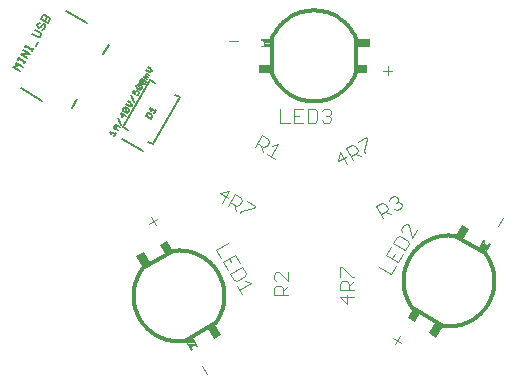
<source format=gto>
G75*
%MOIN*%
%OFA0B0*%
%FSLAX25Y25*%
%IPPOS*%
%LPD*%
%AMOC8*
5,1,8,0,0,1.08239X$1,22.5*
%
%ADD10C,0.01181*%
%ADD11R,0.03740X0.02756*%
%ADD12R,0.04626X0.02756*%
%ADD13C,0.00394*%
%ADD14C,0.00400*%
%ADD15C,0.00800*%
%ADD16C,0.00600*%
%ADD17C,0.00500*%
D10*
X0083459Y0081493D02*
X0093517Y0087300D01*
X0093737Y0087594D01*
X0093950Y0087894D01*
X0094157Y0088198D01*
X0094355Y0088508D01*
X0094546Y0088822D01*
X0094729Y0089140D01*
X0094905Y0089463D01*
X0095072Y0089791D01*
X0095232Y0090122D01*
X0095384Y0090457D01*
X0095527Y0090795D01*
X0095662Y0091137D01*
X0095789Y0091482D01*
X0095907Y0091831D01*
X0096016Y0092181D01*
X0096118Y0092535D01*
X0096210Y0092891D01*
X0096294Y0093249D01*
X0096369Y0093609D01*
X0096436Y0093970D01*
X0096493Y0094333D01*
X0096542Y0094698D01*
X0096582Y0095063D01*
X0096613Y0095429D01*
X0096635Y0095796D01*
X0096648Y0096164D01*
X0096652Y0096531D01*
X0096647Y0096899D01*
X0096634Y0097266D01*
X0096611Y0097633D01*
X0096579Y0098000D01*
X0096539Y0098365D01*
X0096490Y0098729D01*
X0096431Y0099092D01*
X0096364Y0099454D01*
X0096289Y0099814D01*
X0096204Y0100171D01*
X0096111Y0100527D01*
X0096009Y0100880D01*
X0095899Y0101231D01*
X0095780Y0101579D01*
X0095653Y0101924D01*
X0095517Y0102266D01*
X0095374Y0102604D01*
X0095222Y0102939D01*
X0095061Y0103270D01*
X0094893Y0103596D01*
X0094717Y0103919D01*
X0094533Y0104238D01*
X0094342Y0104551D01*
X0094143Y0104861D01*
X0093936Y0105165D01*
X0093722Y0105464D01*
X0093501Y0105757D01*
X0093273Y0106046D01*
X0093038Y0106328D01*
X0092796Y0106605D01*
X0092548Y0106876D01*
X0092293Y0107141D01*
X0092031Y0107399D01*
X0091764Y0107651D01*
X0091490Y0107897D01*
X0091210Y0108136D01*
X0090925Y0108367D01*
X0090634Y0108592D01*
X0090338Y0108810D01*
X0090036Y0109021D01*
X0089730Y0109224D01*
X0089419Y0109419D01*
X0089103Y0109607D01*
X0088782Y0109787D01*
X0088458Y0109960D01*
X0088129Y0110124D01*
X0087796Y0110280D01*
X0087460Y0110429D01*
X0087120Y0110569D01*
X0086776Y0110700D01*
X0086430Y0110824D01*
X0086081Y0110939D01*
X0085729Y0111045D01*
X0085374Y0111143D01*
X0085018Y0111232D01*
X0084659Y0111312D01*
X0084298Y0111384D01*
X0083936Y0111447D01*
X0083573Y0111501D01*
X0083208Y0111546D01*
X0082842Y0111582D01*
X0082475Y0111610D01*
X0082108Y0111628D01*
X0081741Y0111638D01*
X0081373Y0111638D01*
X0081005Y0111630D01*
X0080638Y0111613D01*
X0080272Y0111586D01*
X0079906Y0111551D01*
X0079541Y0111507D01*
X0069483Y0105700D01*
X0069482Y0105701D02*
X0069262Y0105407D01*
X0069048Y0105107D01*
X0068842Y0104803D01*
X0068644Y0104493D01*
X0068453Y0104179D01*
X0068269Y0103861D01*
X0068094Y0103537D01*
X0067926Y0103210D01*
X0067767Y0102879D01*
X0067615Y0102544D01*
X0067472Y0102205D01*
X0067337Y0101863D01*
X0067210Y0101518D01*
X0067092Y0101170D01*
X0066982Y0100819D01*
X0066881Y0100466D01*
X0066789Y0100110D01*
X0066705Y0099752D01*
X0066630Y0099392D01*
X0066563Y0099031D01*
X0066506Y0098668D01*
X0066457Y0098303D01*
X0066417Y0097938D01*
X0066386Y0097571D01*
X0066364Y0097204D01*
X0066351Y0096837D01*
X0066347Y0096469D01*
X0066352Y0096102D01*
X0066365Y0095734D01*
X0066388Y0095367D01*
X0066420Y0095001D01*
X0066460Y0094636D01*
X0066509Y0094271D01*
X0066568Y0093908D01*
X0066635Y0093547D01*
X0066710Y0093187D01*
X0066795Y0092829D01*
X0066888Y0092474D01*
X0066990Y0092120D01*
X0067100Y0091770D01*
X0067219Y0091422D01*
X0067346Y0091077D01*
X0067482Y0090735D01*
X0067626Y0090397D01*
X0067778Y0090062D01*
X0067938Y0089731D01*
X0068106Y0089404D01*
X0068282Y0089081D01*
X0068466Y0088763D01*
X0068657Y0088449D01*
X0068856Y0088140D01*
X0069063Y0087836D01*
X0069277Y0087537D01*
X0069498Y0087243D01*
X0069726Y0086955D01*
X0069961Y0086672D01*
X0070203Y0086395D01*
X0070452Y0086124D01*
X0070707Y0085860D01*
X0070968Y0085601D01*
X0071236Y0085349D01*
X0071509Y0085104D01*
X0071789Y0084865D01*
X0072074Y0084633D01*
X0072365Y0084408D01*
X0072661Y0084190D01*
X0072963Y0083980D01*
X0073269Y0083777D01*
X0073581Y0083581D01*
X0073896Y0083393D01*
X0074217Y0083213D01*
X0074542Y0083041D01*
X0074870Y0082876D01*
X0075203Y0082720D01*
X0075540Y0082572D01*
X0075880Y0082432D01*
X0076223Y0082300D01*
X0076569Y0082177D01*
X0076918Y0082062D01*
X0077270Y0081955D01*
X0077625Y0081858D01*
X0077981Y0081768D01*
X0078340Y0081688D01*
X0078701Y0081616D01*
X0079063Y0081553D01*
X0079427Y0081499D01*
X0079792Y0081454D01*
X0080157Y0081418D01*
X0080524Y0081390D01*
X0080891Y0081372D01*
X0081259Y0081362D01*
X0081626Y0081362D01*
X0081994Y0081370D01*
X0082361Y0081387D01*
X0082728Y0081414D01*
X0083094Y0081449D01*
X0083459Y0081493D01*
X0159483Y0092300D02*
X0169541Y0086493D01*
X0169906Y0086449D01*
X0170272Y0086414D01*
X0170639Y0086387D01*
X0171006Y0086370D01*
X0171374Y0086362D01*
X0171741Y0086362D01*
X0172109Y0086372D01*
X0172476Y0086390D01*
X0172843Y0086418D01*
X0173208Y0086454D01*
X0173573Y0086499D01*
X0173937Y0086553D01*
X0174299Y0086616D01*
X0174660Y0086688D01*
X0175019Y0086768D01*
X0175375Y0086858D01*
X0175730Y0086955D01*
X0176082Y0087062D01*
X0176431Y0087177D01*
X0176777Y0087300D01*
X0177120Y0087432D01*
X0177460Y0087572D01*
X0177797Y0087720D01*
X0178130Y0087876D01*
X0178458Y0088041D01*
X0178783Y0088213D01*
X0179104Y0088393D01*
X0179419Y0088581D01*
X0179731Y0088777D01*
X0180037Y0088980D01*
X0180339Y0089190D01*
X0180635Y0089408D01*
X0180926Y0089633D01*
X0181211Y0089865D01*
X0181491Y0090104D01*
X0181764Y0090349D01*
X0182032Y0090601D01*
X0182293Y0090860D01*
X0182548Y0091124D01*
X0182797Y0091395D01*
X0183039Y0091672D01*
X0183274Y0091955D01*
X0183502Y0092243D01*
X0183723Y0092537D01*
X0183937Y0092836D01*
X0184144Y0093140D01*
X0184343Y0093449D01*
X0184534Y0093763D01*
X0184718Y0094081D01*
X0184894Y0094404D01*
X0185062Y0094731D01*
X0185222Y0095062D01*
X0185374Y0095397D01*
X0185518Y0095735D01*
X0185654Y0096077D01*
X0185781Y0096422D01*
X0185900Y0096770D01*
X0186010Y0097120D01*
X0186112Y0097474D01*
X0186205Y0097829D01*
X0186290Y0098187D01*
X0186365Y0098547D01*
X0186432Y0098908D01*
X0186491Y0099271D01*
X0186540Y0099636D01*
X0186580Y0100001D01*
X0186612Y0100367D01*
X0186635Y0100734D01*
X0186648Y0101102D01*
X0186653Y0101469D01*
X0186649Y0101837D01*
X0186636Y0102204D01*
X0186614Y0102571D01*
X0186583Y0102938D01*
X0186543Y0103303D01*
X0186494Y0103668D01*
X0186437Y0104031D01*
X0186370Y0104392D01*
X0186295Y0104752D01*
X0186211Y0105110D01*
X0186119Y0105466D01*
X0186018Y0105819D01*
X0185908Y0106170D01*
X0185790Y0106518D01*
X0185663Y0106863D01*
X0185528Y0107205D01*
X0185385Y0107544D01*
X0185233Y0107879D01*
X0185074Y0108210D01*
X0184906Y0108537D01*
X0184731Y0108861D01*
X0184547Y0109179D01*
X0184356Y0109493D01*
X0184158Y0109803D01*
X0183952Y0110107D01*
X0183738Y0110407D01*
X0183518Y0110701D01*
X0183517Y0110700D02*
X0173459Y0116507D01*
X0173094Y0116551D01*
X0172728Y0116586D01*
X0172362Y0116613D01*
X0171995Y0116630D01*
X0171627Y0116638D01*
X0171259Y0116638D01*
X0170892Y0116628D01*
X0170525Y0116610D01*
X0170158Y0116582D01*
X0169792Y0116546D01*
X0169427Y0116501D01*
X0169064Y0116447D01*
X0168702Y0116384D01*
X0168341Y0116312D01*
X0167982Y0116232D01*
X0167626Y0116143D01*
X0167271Y0116045D01*
X0166919Y0115939D01*
X0166570Y0115824D01*
X0166224Y0115700D01*
X0165880Y0115569D01*
X0165540Y0115429D01*
X0165204Y0115280D01*
X0164871Y0115124D01*
X0164542Y0114960D01*
X0164218Y0114787D01*
X0163897Y0114607D01*
X0163581Y0114419D01*
X0163270Y0114224D01*
X0162964Y0114021D01*
X0162662Y0113810D01*
X0162366Y0113592D01*
X0162075Y0113367D01*
X0161790Y0113136D01*
X0161510Y0112897D01*
X0161236Y0112651D01*
X0160969Y0112399D01*
X0160707Y0112141D01*
X0160452Y0111876D01*
X0160204Y0111605D01*
X0159962Y0111328D01*
X0159727Y0111046D01*
X0159499Y0110757D01*
X0159278Y0110464D01*
X0159064Y0110165D01*
X0158857Y0109861D01*
X0158658Y0109551D01*
X0158467Y0109238D01*
X0158283Y0108919D01*
X0158107Y0108596D01*
X0157939Y0108270D01*
X0157778Y0107939D01*
X0157626Y0107604D01*
X0157483Y0107266D01*
X0157347Y0106924D01*
X0157220Y0106579D01*
X0157101Y0106231D01*
X0156991Y0105880D01*
X0156889Y0105527D01*
X0156796Y0105171D01*
X0156711Y0104814D01*
X0156636Y0104454D01*
X0156569Y0104092D01*
X0156510Y0103729D01*
X0156461Y0103365D01*
X0156421Y0103000D01*
X0156389Y0102633D01*
X0156366Y0102266D01*
X0156353Y0101899D01*
X0156348Y0101531D01*
X0156352Y0101164D01*
X0156365Y0100796D01*
X0156387Y0100429D01*
X0156418Y0100063D01*
X0156458Y0099698D01*
X0156507Y0099333D01*
X0156564Y0098970D01*
X0156631Y0098609D01*
X0156706Y0098249D01*
X0156790Y0097891D01*
X0156882Y0097535D01*
X0156984Y0097181D01*
X0157093Y0096831D01*
X0157211Y0096482D01*
X0157338Y0096137D01*
X0157473Y0095795D01*
X0157616Y0095457D01*
X0157768Y0095122D01*
X0157928Y0094791D01*
X0158095Y0094463D01*
X0158271Y0094140D01*
X0158454Y0093822D01*
X0158645Y0093508D01*
X0158843Y0093198D01*
X0159050Y0092894D01*
X0159263Y0092594D01*
X0159483Y0092300D01*
X0140476Y0170693D02*
X0140476Y0182307D01*
X0140477Y0182308D02*
X0140332Y0182646D01*
X0140180Y0182980D01*
X0140019Y0183311D01*
X0139850Y0183637D01*
X0139674Y0183960D01*
X0139489Y0184278D01*
X0139297Y0184592D01*
X0139098Y0184900D01*
X0138891Y0185204D01*
X0138676Y0185503D01*
X0138455Y0185796D01*
X0138226Y0186084D01*
X0137990Y0186366D01*
X0137748Y0186643D01*
X0137499Y0186913D01*
X0137244Y0187178D01*
X0136982Y0187436D01*
X0136714Y0187687D01*
X0136439Y0187932D01*
X0136160Y0188171D01*
X0135874Y0188402D01*
X0135583Y0188626D01*
X0135286Y0188844D01*
X0134984Y0189054D01*
X0134677Y0189256D01*
X0134366Y0189451D01*
X0134049Y0189639D01*
X0133729Y0189818D01*
X0133404Y0189990D01*
X0133075Y0190154D01*
X0132742Y0190310D01*
X0132405Y0190457D01*
X0132065Y0190597D01*
X0131721Y0190728D01*
X0131375Y0190851D01*
X0131025Y0190965D01*
X0130673Y0191071D01*
X0130319Y0191168D01*
X0129962Y0191256D01*
X0129603Y0191336D01*
X0129242Y0191407D01*
X0128880Y0191470D01*
X0128516Y0191523D01*
X0128151Y0191568D01*
X0127785Y0191603D01*
X0127419Y0191630D01*
X0127051Y0191648D01*
X0126684Y0191657D01*
X0126316Y0191657D01*
X0125949Y0191648D01*
X0125581Y0191630D01*
X0125215Y0191603D01*
X0124849Y0191568D01*
X0124484Y0191523D01*
X0124120Y0191470D01*
X0123758Y0191407D01*
X0123397Y0191336D01*
X0123038Y0191256D01*
X0122681Y0191168D01*
X0122327Y0191071D01*
X0121975Y0190965D01*
X0121625Y0190851D01*
X0121279Y0190728D01*
X0120935Y0190597D01*
X0120595Y0190457D01*
X0120258Y0190310D01*
X0119925Y0190154D01*
X0119596Y0189990D01*
X0119271Y0189818D01*
X0118951Y0189639D01*
X0118634Y0189451D01*
X0118323Y0189256D01*
X0118016Y0189054D01*
X0117714Y0188844D01*
X0117417Y0188626D01*
X0117126Y0188402D01*
X0116840Y0188171D01*
X0116561Y0187932D01*
X0116286Y0187687D01*
X0116018Y0187436D01*
X0115756Y0187178D01*
X0115501Y0186913D01*
X0115252Y0186643D01*
X0115010Y0186366D01*
X0114774Y0186084D01*
X0114545Y0185796D01*
X0114324Y0185503D01*
X0114109Y0185204D01*
X0113902Y0184900D01*
X0113703Y0184592D01*
X0113511Y0184278D01*
X0113326Y0183960D01*
X0113150Y0183637D01*
X0112981Y0183311D01*
X0112820Y0182980D01*
X0112668Y0182646D01*
X0112523Y0182308D01*
X0112524Y0182307D02*
X0112524Y0170693D01*
X0112668Y0170355D01*
X0112821Y0170021D01*
X0112982Y0169690D01*
X0113150Y0169364D01*
X0113327Y0169041D01*
X0113511Y0168723D01*
X0113703Y0168410D01*
X0113903Y0168101D01*
X0114110Y0167797D01*
X0114324Y0167498D01*
X0114546Y0167205D01*
X0114774Y0166917D01*
X0115010Y0166635D01*
X0115252Y0166358D01*
X0115501Y0166088D01*
X0115757Y0165823D01*
X0116019Y0165565D01*
X0116287Y0165314D01*
X0116561Y0165069D01*
X0116841Y0164831D01*
X0117126Y0164599D01*
X0117418Y0164375D01*
X0117714Y0164158D01*
X0118016Y0163948D01*
X0118323Y0163745D01*
X0118634Y0163550D01*
X0118951Y0163362D01*
X0119271Y0163183D01*
X0119597Y0163011D01*
X0119926Y0162847D01*
X0120259Y0162691D01*
X0120595Y0162544D01*
X0120935Y0162404D01*
X0121279Y0162273D01*
X0121625Y0162150D01*
X0121975Y0162036D01*
X0122327Y0161930D01*
X0122682Y0161833D01*
X0123038Y0161745D01*
X0123397Y0161665D01*
X0123758Y0161594D01*
X0124120Y0161531D01*
X0124484Y0161478D01*
X0124849Y0161433D01*
X0125215Y0161398D01*
X0125581Y0161371D01*
X0125949Y0161353D01*
X0126316Y0161344D01*
X0126684Y0161344D01*
X0127051Y0161353D01*
X0127419Y0161371D01*
X0127785Y0161398D01*
X0128151Y0161433D01*
X0128516Y0161478D01*
X0128880Y0161531D01*
X0129242Y0161594D01*
X0129603Y0161665D01*
X0129962Y0161745D01*
X0130318Y0161833D01*
X0130673Y0161930D01*
X0131025Y0162036D01*
X0131375Y0162150D01*
X0131721Y0162273D01*
X0132065Y0162404D01*
X0132405Y0162544D01*
X0132741Y0162691D01*
X0133074Y0162847D01*
X0133403Y0163011D01*
X0133729Y0163183D01*
X0134049Y0163362D01*
X0134366Y0163550D01*
X0134677Y0163745D01*
X0134984Y0163948D01*
X0135286Y0164158D01*
X0135582Y0164375D01*
X0135874Y0164599D01*
X0136159Y0164831D01*
X0136439Y0165069D01*
X0136713Y0165314D01*
X0136981Y0165565D01*
X0137243Y0165823D01*
X0137499Y0166088D01*
X0137748Y0166358D01*
X0137990Y0166635D01*
X0138226Y0166917D01*
X0138454Y0167205D01*
X0138676Y0167498D01*
X0138890Y0167797D01*
X0139097Y0168101D01*
X0139297Y0168410D01*
X0139489Y0168723D01*
X0139673Y0169041D01*
X0139850Y0169364D01*
X0140018Y0169690D01*
X0140179Y0170021D01*
X0140332Y0170355D01*
X0140476Y0170693D01*
D11*
X0142346Y0172169D03*
G36*
X0077069Y0110081D02*
X0075199Y0113319D01*
X0077585Y0114697D01*
X0079455Y0111459D01*
X0077069Y0110081D01*
G37*
G36*
X0161954Y0090872D02*
X0160084Y0087634D01*
X0157698Y0089012D01*
X0159568Y0092250D01*
X0161954Y0090872D01*
G37*
D12*
G36*
X0169504Y0086627D02*
X0167191Y0082621D01*
X0164806Y0083999D01*
X0167119Y0088005D01*
X0169504Y0086627D01*
G37*
G36*
X0178145Y0118916D02*
X0175832Y0114910D01*
X0173447Y0116288D01*
X0175760Y0120294D01*
X0178145Y0118916D01*
G37*
G36*
X0093261Y0082037D02*
X0090948Y0086043D01*
X0093333Y0087421D01*
X0095646Y0083415D01*
X0093261Y0082037D01*
G37*
G36*
X0069618Y0105664D02*
X0067305Y0109670D01*
X0069690Y0111048D01*
X0072003Y0107042D01*
X0069618Y0105664D01*
G37*
X0110407Y0172169D03*
X0142691Y0180831D03*
D13*
X0112130Y0181017D02*
X0109934Y0181017D01*
X0109932Y0181032D02*
X0109832Y0181264D01*
X0109674Y0181461D01*
X0109469Y0181608D01*
X0109232Y0181696D01*
X0108980Y0181717D01*
X0108980Y0182012D01*
X0112130Y0182012D01*
X0112130Y0179650D01*
X0108980Y0179650D01*
X0108980Y0179846D01*
X0109232Y0179867D01*
X0109469Y0179955D01*
X0109674Y0180102D01*
X0109832Y0180299D01*
X0109932Y0180531D01*
X0109966Y0180781D01*
X0109932Y0181032D01*
X0109945Y0180625D02*
X0112130Y0180625D01*
X0112130Y0180233D02*
X0109779Y0180233D01*
X0108980Y0179841D02*
X0112130Y0179841D01*
X0112130Y0181410D02*
X0109715Y0181410D01*
X0108980Y0181802D02*
X0112130Y0181802D01*
X0182987Y0115098D02*
X0183158Y0114999D01*
X0183050Y0114771D01*
X0183007Y0114522D01*
X0183033Y0114271D01*
X0183124Y0114035D01*
X0183275Y0113833D01*
X0183475Y0113678D01*
X0183709Y0113583D01*
X0183960Y0113553D01*
X0184209Y0113591D01*
X0184439Y0113695D01*
X0184634Y0113857D01*
X0184777Y0114064D01*
X0185033Y0113917D01*
X0183458Y0111189D01*
X0181413Y0112370D01*
X0182987Y0115098D01*
X0183044Y0114734D02*
X0182777Y0114734D01*
X0182551Y0114341D02*
X0183026Y0114341D01*
X0183188Y0113949D02*
X0182324Y0113949D01*
X0182098Y0113557D02*
X0183925Y0113557D01*
X0183986Y0113557D02*
X0184826Y0113557D01*
X0184698Y0113949D02*
X0184977Y0113949D01*
X0184599Y0113165D02*
X0181872Y0113165D01*
X0181645Y0112773D02*
X0184373Y0112773D01*
X0184146Y0112380D02*
X0181419Y0112380D01*
X0182074Y0111988D02*
X0183920Y0111988D01*
X0183693Y0111596D02*
X0182753Y0111596D01*
X0183433Y0111204D02*
X0183467Y0111204D01*
X0087532Y0079753D02*
X0087362Y0079654D01*
X0087218Y0079862D01*
X0087024Y0080023D01*
X0086793Y0080127D01*
X0086544Y0080166D01*
X0086293Y0080136D01*
X0086059Y0080040D01*
X0085859Y0079886D01*
X0085708Y0079683D01*
X0085617Y0079448D01*
X0085592Y0079197D01*
X0085634Y0078948D01*
X0085742Y0078719D01*
X0085486Y0078572D01*
X0083912Y0081299D01*
X0085957Y0082480D01*
X0087532Y0079753D01*
X0087489Y0079827D02*
X0087242Y0079827D01*
X0087263Y0080219D02*
X0084535Y0080219D01*
X0084309Y0080611D02*
X0087037Y0080611D01*
X0086810Y0081003D02*
X0084082Y0081003D01*
X0084079Y0081396D02*
X0086584Y0081396D01*
X0086357Y0081788D02*
X0084758Y0081788D01*
X0085437Y0082180D02*
X0086131Y0082180D01*
X0085816Y0079827D02*
X0084762Y0079827D01*
X0084988Y0079435D02*
X0085616Y0079435D01*
X0085618Y0079042D02*
X0085215Y0079042D01*
X0085441Y0078650D02*
X0085622Y0078650D01*
D14*
X0089272Y0073043D02*
X0090806Y0070385D01*
X0135196Y0096002D02*
X0137498Y0093700D01*
X0137498Y0096769D01*
X0138265Y0098304D02*
X0138265Y0100606D01*
X0137498Y0101373D01*
X0135963Y0101373D01*
X0135196Y0100606D01*
X0135196Y0098304D01*
X0139800Y0098304D01*
X0138265Y0099839D02*
X0139800Y0101373D01*
X0139800Y0102908D02*
X0139033Y0102908D01*
X0135963Y0105977D01*
X0135196Y0105977D01*
X0135196Y0102908D01*
X0135196Y0096002D02*
X0139800Y0096002D01*
X0148284Y0106165D02*
X0152271Y0103863D01*
X0153806Y0106521D01*
X0154573Y0107850D02*
X0156108Y0110508D01*
X0156875Y0111837D02*
X0158026Y0113831D01*
X0157745Y0114879D01*
X0155087Y0116414D01*
X0154039Y0116133D01*
X0152888Y0114139D01*
X0156875Y0111837D01*
X0153347Y0110330D02*
X0152580Y0109001D01*
X0154573Y0107850D02*
X0150586Y0110152D01*
X0152121Y0112810D01*
X0159177Y0115824D02*
X0158054Y0120017D01*
X0157389Y0120401D01*
X0156341Y0120120D01*
X0155574Y0118791D01*
X0155855Y0117743D01*
X0159177Y0115824D02*
X0160712Y0118482D01*
X0152167Y0123879D02*
X0150071Y0124440D01*
X0150735Y0124824D02*
X0148742Y0123673D01*
X0149509Y0122344D02*
X0147207Y0126331D01*
X0149201Y0127482D01*
X0150249Y0127201D01*
X0151016Y0125872D01*
X0150735Y0124824D01*
X0153113Y0125310D02*
X0154161Y0125030D01*
X0155490Y0125797D01*
X0155771Y0126845D01*
X0155387Y0127510D01*
X0154339Y0127790D01*
X0153674Y0127407D01*
X0154339Y0127790D02*
X0154620Y0128839D01*
X0154236Y0129503D01*
X0153188Y0129784D01*
X0151859Y0129017D01*
X0151578Y0127968D01*
X0139509Y0141664D02*
X0137207Y0145652D01*
X0139201Y0146803D01*
X0140249Y0146522D01*
X0141016Y0145193D01*
X0140735Y0144144D01*
X0138742Y0142993D01*
X0140071Y0143761D02*
X0142167Y0143199D01*
X0143496Y0143966D02*
X0143113Y0144631D01*
X0144236Y0148824D01*
X0143852Y0149488D01*
X0141194Y0147953D01*
X0137029Y0142891D02*
X0134371Y0141356D01*
X0135214Y0144501D01*
X0137516Y0140513D01*
X0131398Y0154200D02*
X0129863Y0154200D01*
X0129096Y0154967D01*
X0127561Y0154967D02*
X0127561Y0158037D01*
X0126794Y0158804D01*
X0124492Y0158804D01*
X0124492Y0154200D01*
X0126794Y0154200D01*
X0127561Y0154967D01*
X0129096Y0158037D02*
X0129863Y0158804D01*
X0131398Y0158804D01*
X0132165Y0158037D01*
X0132165Y0157269D01*
X0131398Y0156502D01*
X0132165Y0155735D01*
X0132165Y0154967D01*
X0131398Y0154200D01*
X0131398Y0156502D02*
X0130631Y0156502D01*
X0122957Y0158804D02*
X0119888Y0158804D01*
X0119888Y0154200D01*
X0122957Y0154200D01*
X0121423Y0156502D02*
X0119888Y0156502D01*
X0118354Y0154200D02*
X0115284Y0154200D01*
X0115284Y0158804D01*
X0109165Y0150055D02*
X0111158Y0148905D01*
X0111439Y0147856D01*
X0110672Y0146527D01*
X0109624Y0146246D01*
X0107630Y0147397D01*
X0106863Y0146068D02*
X0109165Y0150055D01*
X0112385Y0146424D02*
X0114481Y0146986D01*
X0112179Y0142999D01*
X0110850Y0143766D02*
X0113508Y0142232D01*
X0109521Y0144534D02*
X0108959Y0146630D01*
X0098158Y0131584D02*
X0095014Y0130741D01*
X0097672Y0129207D01*
X0098617Y0127775D02*
X0100611Y0126624D01*
X0101659Y0126905D01*
X0102426Y0128234D01*
X0102146Y0129282D01*
X0100152Y0130433D01*
X0097850Y0126446D01*
X0099946Y0127008D02*
X0100508Y0124911D01*
X0101837Y0124144D02*
X0102221Y0124808D01*
X0106414Y0125932D01*
X0106797Y0126596D01*
X0104139Y0128131D01*
X0098158Y0131584D02*
X0095856Y0127597D01*
X0074278Y0122082D02*
X0071620Y0120547D01*
X0072182Y0122643D02*
X0073716Y0119985D01*
X0093929Y0111837D02*
X0095463Y0109179D01*
X0096231Y0107850D02*
X0097765Y0105192D01*
X0098533Y0103863D02*
X0099684Y0101869D01*
X0100732Y0101588D01*
X0103390Y0103123D01*
X0103671Y0104171D01*
X0102520Y0106165D01*
X0098533Y0103863D01*
X0098991Y0107672D02*
X0098224Y0109001D01*
X0096231Y0107850D02*
X0100218Y0110152D01*
X0101752Y0107494D01*
X0103493Y0101410D02*
X0105589Y0100849D01*
X0101602Y0098547D01*
X0100835Y0099876D02*
X0102369Y0097218D01*
X0113196Y0096700D02*
X0113196Y0099002D01*
X0113963Y0099769D01*
X0115498Y0099769D01*
X0116265Y0099002D01*
X0116265Y0096700D01*
X0116265Y0098235D02*
X0117800Y0099769D01*
X0117800Y0101304D02*
X0114731Y0104373D01*
X0113963Y0104373D01*
X0113196Y0103606D01*
X0113196Y0102071D01*
X0113963Y0101304D01*
X0117800Y0101304D02*
X0117800Y0104373D01*
X0117800Y0096700D02*
X0113196Y0096700D01*
X0097916Y0114139D02*
X0093929Y0111837D01*
X0152956Y0082455D02*
X0155615Y0080920D01*
X0153518Y0080358D02*
X0155053Y0083017D01*
X0187928Y0119959D02*
X0189463Y0122617D01*
X0151131Y0169967D02*
X0151131Y0173037D01*
X0149596Y0171502D02*
X0152665Y0171502D01*
X0101165Y0181502D02*
X0098096Y0181502D01*
D15*
X0073405Y0167492D02*
X0071871Y0168377D01*
X0062816Y0152693D01*
X0064350Y0151808D01*
X0062628Y0148824D02*
X0069447Y0144887D01*
X0071169Y0147871D02*
X0072704Y0146985D01*
X0081759Y0162669D01*
X0080225Y0163555D01*
X0056255Y0177111D02*
X0058027Y0180180D01*
X0050881Y0187488D02*
X0043721Y0191622D01*
X0028760Y0165709D02*
X0035921Y0161575D01*
X0045822Y0159041D02*
X0047594Y0162109D01*
D16*
X0029353Y0172928D02*
X0027099Y0174229D01*
X0027417Y0173044D01*
X0026232Y0172727D01*
X0028485Y0171426D01*
X0029959Y0173977D02*
X0030392Y0174729D01*
X0030175Y0174353D02*
X0027922Y0175654D01*
X0027705Y0175279D02*
X0028139Y0176030D01*
X0028687Y0176980D02*
X0031808Y0177181D01*
X0029555Y0178482D01*
X0030160Y0179532D02*
X0030594Y0180283D01*
X0030377Y0179907D02*
X0032631Y0178606D01*
X0032414Y0178230D02*
X0032848Y0178982D01*
X0033772Y0179715D02*
X0034639Y0181217D01*
X0034494Y0182700D02*
X0035086Y0182859D01*
X0035520Y0183610D01*
X0035361Y0184203D01*
X0033483Y0185287D01*
X0034465Y0186119D02*
X0034840Y0185902D01*
X0035433Y0186061D01*
X0035866Y0186812D01*
X0036459Y0186971D01*
X0036834Y0186754D01*
X0036993Y0186162D01*
X0036560Y0185411D01*
X0035967Y0185252D01*
X0034465Y0186119D02*
X0034306Y0186712D01*
X0034740Y0187463D01*
X0035332Y0187622D01*
X0035562Y0188888D02*
X0036213Y0190015D01*
X0036805Y0190173D01*
X0037181Y0189957D01*
X0037340Y0189364D01*
X0036689Y0188237D01*
X0037816Y0187587D02*
X0038466Y0188714D01*
X0038308Y0189306D01*
X0037932Y0189523D01*
X0037340Y0189364D01*
X0037816Y0187587D02*
X0035562Y0188888D01*
X0032616Y0183784D02*
X0034494Y0182700D01*
X0030941Y0175679D02*
X0028687Y0176980D01*
D17*
X0062080Y0157305D02*
X0062428Y0156006D01*
X0063062Y0157104D01*
X0063727Y0156355D02*
X0062080Y0157305D01*
X0062984Y0158237D02*
X0062868Y0158670D01*
X0063185Y0159219D01*
X0063618Y0159335D01*
X0064082Y0157603D01*
X0064515Y0157719D01*
X0064832Y0158268D01*
X0064716Y0158701D01*
X0063618Y0159335D01*
X0063815Y0160309D02*
X0064913Y0159676D01*
X0065779Y0159908D01*
X0065547Y0160774D01*
X0064449Y0161407D01*
X0066567Y0161272D02*
X0065554Y0163321D01*
X0066025Y0164137D02*
X0066848Y0163662D01*
X0066891Y0164369D01*
X0067049Y0164644D01*
X0067482Y0164760D01*
X0068031Y0164443D01*
X0068147Y0164010D01*
X0067830Y0163461D01*
X0067397Y0163345D01*
X0066025Y0164137D02*
X0066659Y0165235D01*
X0067404Y0165892D02*
X0067288Y0166325D01*
X0067605Y0166874D01*
X0068038Y0166990D01*
X0068502Y0165259D01*
X0068935Y0165375D01*
X0069252Y0165924D01*
X0069136Y0166356D01*
X0068038Y0166990D01*
X0068509Y0167806D02*
X0068393Y0168239D01*
X0068710Y0168788D01*
X0069143Y0168904D01*
X0069607Y0167172D01*
X0070040Y0167288D01*
X0070357Y0167837D01*
X0070241Y0168270D01*
X0069143Y0168904D01*
X0069888Y0169562D02*
X0070986Y0168928D01*
X0071303Y0169477D02*
X0070480Y0169952D01*
X0070364Y0170385D01*
X0070797Y0170501D01*
X0071620Y0170026D01*
X0071542Y0171158D02*
X0072408Y0171390D01*
X0072176Y0172256D01*
X0071078Y0172890D01*
X0070444Y0171792D02*
X0071542Y0171158D01*
X0070480Y0169952D02*
X0070047Y0169836D01*
X0069888Y0169562D01*
X0068509Y0167806D02*
X0069607Y0167172D01*
X0068502Y0165259D02*
X0067404Y0165892D01*
X0071962Y0159010D02*
X0073609Y0158059D01*
X0073292Y0157510D02*
X0073926Y0158608D01*
X0072194Y0158144D02*
X0071962Y0159010D01*
X0071448Y0157487D02*
X0071016Y0157371D01*
X0070540Y0156547D01*
X0072187Y0155597D01*
X0072662Y0156420D01*
X0072546Y0156853D01*
X0071448Y0157487D01*
X0064082Y0157603D02*
X0062984Y0158237D01*
X0061134Y0155666D02*
X0062147Y0153617D01*
X0061676Y0152801D02*
X0060578Y0153435D01*
X0059712Y0153203D01*
X0059944Y0152337D01*
X0061042Y0151703D01*
X0060571Y0150888D02*
X0059937Y0149790D01*
X0060254Y0150339D02*
X0058607Y0151289D01*
X0058839Y0150424D01*
X0060219Y0152179D02*
X0060852Y0153277D01*
M02*

</source>
